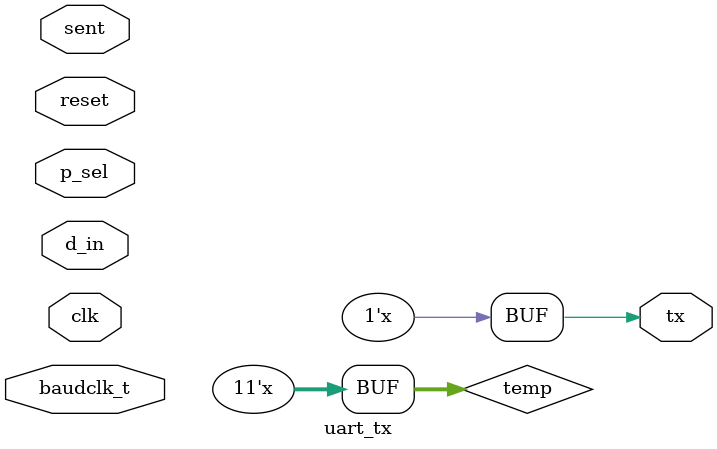
<source format=v>
module uart_tx(input reset,
		clk,
		sent,
		input [7:0]d_in,
		input baudclk_t,
		input p_sel,
		output reg tx);

reg [10:0] t_data;
reg [10:0] temp;
reg p_bit;
reg [3:0] t_count;
reg [2:0] ps, ns;

	parameter [2:0] IDLE = 1,
			RECEIVE = 1,
		       PARITY = 2,
			GEN = 3,
	 		TRANSFER = 4;
	

always@(posedge clk, negedge reset)
begin
	if(!reset)
	begin
		ps <= IDLE;
		tx <= 1;
		t_count <= 10;

	end
	else
		ps <= ns;
end

always@(*)
begin
	case(ps)
		IDLE : begin
			ns = !reset ? IDLE : RECEIVE;
			t_count = 10;
				end
		RECEIVE :begin
		       	temp = d_in;
			ns = PARITY;
		end
		PARITY : begin
			case(p_sel)
				1'b0 : p_bit = !(^temp);
				1'b1 : p_bit = ^temp;
			endcase
			ns = GEN;
		end
		GEN : begin
			t_data = {1'b0, d_in, p_bit, 1'b1};
			ns = sent ? TRANSFER : GEN;

		end
		TRANSFER : begin
					
				if(t_count >= 0 && t_count <= 10)
					if(baudclk_t)
					begin
						tx = t_data[t_count];
						t_count = t_count - 1;
		
					end
					else
						ns = TRANSFER;

				else
					begin
						ns = IDLE;
						
					end
		end
		default: ns = IDLE;
	endcase
end
					
endmodule		

</source>
